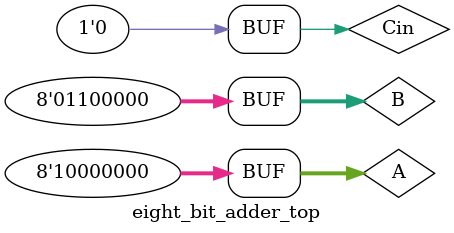
<source format=v>
module eight_bit_adder_top;

    // Inputs
    reg [7:0] A;
    reg [7:0] B;
    reg Cin;

    // Outputs
    wire [7:0] Sum;
    wire Carry;

    // Instantiation of the 8-bit adder module
    eight_bit_adder ADDER (A, B, Cin, Sum, Carry);

    // Displaying the output
    always @ (A or B or Cin or Sum or Carry) begin
        $display("<%d>: Input_A = %b, Input_B = %b, Input_Cin = %b, Sum = %b, Carry = %b",$time,A,B,Cin,Sum,Carry);
    end

    // Initialising the inputs
    initial begin
        A = 1; B = 1; Cin = 0;
        #1 
        $display("\n");
        A = 200; B = 200; Cin = 1;
        #1 
        $display("\n");
        A = 32; B = 6; Cin = 1;
        #1
        $display("\n");
        A = 26; B = 5; Cin = 1;
        #1
        $display("\n");
        A = 64; B = 64; Cin = 0;
        #1
        $display("\n");
        A = 43; B = 4; Cin = 0;
        #1
        $display("\n");
        A = 65; B = 43; Cin = 0;
        #1
        $display("\n");
        A = 128; B = 128; Cin = 1;
        #1
        $display("\n");
        A = 5; B = 220; Cin = 0;
        #1
        $display("\n");
        A = 128; B = 96; Cin = 0;
    end

endmodule
</source>
